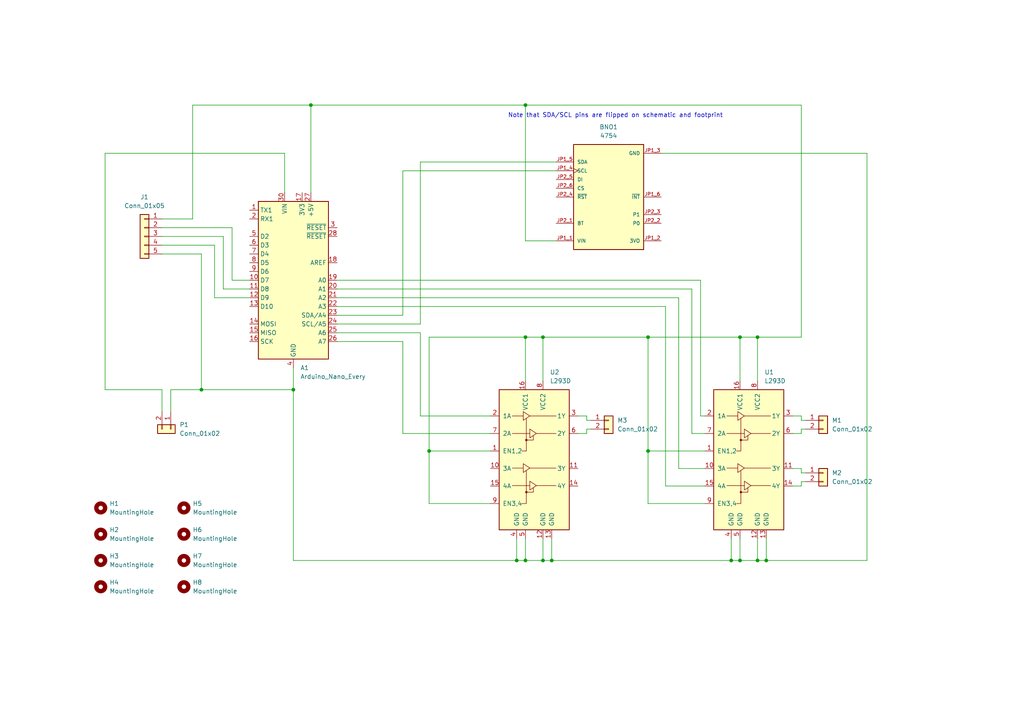
<source format=kicad_sch>
(kicad_sch (version 20211123) (generator eeschema)

  (uuid 6c7f5f91-564f-47d5-9a87-13eb90138f42)

  (paper "A4")

  (lib_symbols
    (symbol "Adafruit BNO055 Breakout:4754" (pin_names (offset 1.016)) (in_bom yes) (on_board yes)
      (property "Reference" "U" (id 0) (at -10.16 16.002 0)
        (effects (font (size 1.27 1.27)) (justify left bottom))
      )
      (property "Value" "4754" (id 1) (at -10.16 -17.78 0)
        (effects (font (size 1.27 1.27)) (justify left bottom))
      )
      (property "Footprint" "MODULE_4754" (id 2) (at 0 0 0)
        (effects (font (size 1.27 1.27)) (justify bottom) hide)
      )
      (property "Datasheet" "" (id 3) (at 0 0 0)
        (effects (font (size 1.27 1.27)) hide)
      )
      (property "MAXIMUM_PACKAGE_HEIGHT" "4.6mm" (id 4) (at 0 0 0)
        (effects (font (size 1.27 1.27)) (justify bottom) hide)
      )
      (property "STANDARD" "Manufacturer Recommendations" (id 5) (at 0 0 0)
        (effects (font (size 1.27 1.27)) (justify bottom) hide)
      )
      (property "SNAPEDA_PN" "4754" (id 6) (at 0 0 0)
        (effects (font (size 1.27 1.27)) (justify bottom) hide)
      )
      (property "PARTREV" "2021-03-16" (id 7) (at 0 0 0)
        (effects (font (size 1.27 1.27)) (justify bottom) hide)
      )
      (property "MANUFACTURER" "Adafruit" (id 8) (at 0 0 0)
        (effects (font (size 1.27 1.27)) (justify bottom) hide)
      )
      (symbol "4754_0_0"
        (rectangle (start -10.16 -15.24) (end 10.16 15.24)
          (stroke (width 0.254) (type default) (color 0 0 0 0))
          (fill (type background))
        )
        (pin input line (at -15.24 12.7 0) (length 5.08)
          (name "VIN" (effects (font (size 1.016 1.016))))
          (number "JP1_1" (effects (font (size 1.016 1.016))))
        )
        (pin output line (at 15.24 12.7 180) (length 5.08)
          (name "3VO" (effects (font (size 1.016 1.016))))
          (number "JP1_2" (effects (font (size 1.016 1.016))))
        )
        (pin power_in line (at 15.24 -12.7 180) (length 5.08)
          (name "GND" (effects (font (size 1.016 1.016))))
          (number "JP1_3" (effects (font (size 1.016 1.016))))
        )
        (pin bidirectional clock (at -15.24 -7.62 0) (length 5.08)
          (name "SCL" (effects (font (size 1.016 1.016))))
          (number "JP1_4" (effects (font (size 1.016 1.016))))
        )
        (pin bidirectional line (at -15.24 -10.16 0) (length 5.08)
          (name "SDA" (effects (font (size 1.016 1.016))))
          (number "JP1_5" (effects (font (size 1.016 1.016))))
        )
        (pin output line (at 15.24 0 180) (length 5.08)
          (name "~{INT}" (effects (font (size 1.016 1.016))))
          (number "JP1_6" (effects (font (size 1.016 1.016))))
        )
        (pin input line (at -15.24 7.62 0) (length 5.08)
          (name "BT" (effects (font (size 1.016 1.016))))
          (number "JP2_1" (effects (font (size 1.016 1.016))))
        )
        (pin bidirectional line (at 15.24 7.62 180) (length 5.08)
          (name "P0" (effects (font (size 1.016 1.016))))
          (number "JP2_2" (effects (font (size 1.016 1.016))))
        )
        (pin bidirectional line (at 15.24 5.08 180) (length 5.08)
          (name "P1" (effects (font (size 1.016 1.016))))
          (number "JP2_3" (effects (font (size 1.016 1.016))))
        )
        (pin input line (at -15.24 0 0) (length 5.08)
          (name "~{RST}" (effects (font (size 1.016 1.016))))
          (number "JP2_4" (effects (font (size 1.016 1.016))))
        )
        (pin input line (at -15.24 -5.08 0) (length 5.08)
          (name "DI" (effects (font (size 1.016 1.016))))
          (number "JP2_5" (effects (font (size 1.016 1.016))))
        )
        (pin input line (at -15.24 -2.54 0) (length 5.08)
          (name "CS" (effects (font (size 1.016 1.016))))
          (number "JP2_6" (effects (font (size 1.016 1.016))))
        )
      )
    )
    (symbol "Connector_Generic:Conn_01x02" (pin_names (offset 1.016) hide) (in_bom yes) (on_board yes)
      (property "Reference" "J" (id 0) (at 0 2.54 0)
        (effects (font (size 1.27 1.27)))
      )
      (property "Value" "Conn_01x02" (id 1) (at 0 -5.08 0)
        (effects (font (size 1.27 1.27)))
      )
      (property "Footprint" "" (id 2) (at 0 0 0)
        (effects (font (size 1.27 1.27)) hide)
      )
      (property "Datasheet" "~" (id 3) (at 0 0 0)
        (effects (font (size 1.27 1.27)) hide)
      )
      (property "ki_keywords" "connector" (id 4) (at 0 0 0)
        (effects (font (size 1.27 1.27)) hide)
      )
      (property "ki_description" "Generic connector, single row, 01x02, script generated (kicad-library-utils/schlib/autogen/connector/)" (id 5) (at 0 0 0)
        (effects (font (size 1.27 1.27)) hide)
      )
      (property "ki_fp_filters" "Connector*:*_1x??_*" (id 6) (at 0 0 0)
        (effects (font (size 1.27 1.27)) hide)
      )
      (symbol "Conn_01x02_1_1"
        (rectangle (start -1.27 -2.413) (end 0 -2.667)
          (stroke (width 0.1524) (type default) (color 0 0 0 0))
          (fill (type none))
        )
        (rectangle (start -1.27 0.127) (end 0 -0.127)
          (stroke (width 0.1524) (type default) (color 0 0 0 0))
          (fill (type none))
        )
        (rectangle (start -1.27 1.27) (end 1.27 -3.81)
          (stroke (width 0.254) (type default) (color 0 0 0 0))
          (fill (type background))
        )
        (pin passive line (at -5.08 0 0) (length 3.81)
          (name "Pin_1" (effects (font (size 1.27 1.27))))
          (number "1" (effects (font (size 1.27 1.27))))
        )
        (pin passive line (at -5.08 -2.54 0) (length 3.81)
          (name "Pin_2" (effects (font (size 1.27 1.27))))
          (number "2" (effects (font (size 1.27 1.27))))
        )
      )
    )
    (symbol "Connector_Generic:Conn_01x05" (pin_names (offset 1.016) hide) (in_bom yes) (on_board yes)
      (property "Reference" "J" (id 0) (at 0 7.62 0)
        (effects (font (size 1.27 1.27)))
      )
      (property "Value" "Conn_01x05" (id 1) (at 0 -7.62 0)
        (effects (font (size 1.27 1.27)))
      )
      (property "Footprint" "" (id 2) (at 0 0 0)
        (effects (font (size 1.27 1.27)) hide)
      )
      (property "Datasheet" "~" (id 3) (at 0 0 0)
        (effects (font (size 1.27 1.27)) hide)
      )
      (property "ki_keywords" "connector" (id 4) (at 0 0 0)
        (effects (font (size 1.27 1.27)) hide)
      )
      (property "ki_description" "Generic connector, single row, 01x05, script generated (kicad-library-utils/schlib/autogen/connector/)" (id 5) (at 0 0 0)
        (effects (font (size 1.27 1.27)) hide)
      )
      (property "ki_fp_filters" "Connector*:*_1x??_*" (id 6) (at 0 0 0)
        (effects (font (size 1.27 1.27)) hide)
      )
      (symbol "Conn_01x05_1_1"
        (rectangle (start -1.27 -4.953) (end 0 -5.207)
          (stroke (width 0.1524) (type default) (color 0 0 0 0))
          (fill (type none))
        )
        (rectangle (start -1.27 -2.413) (end 0 -2.667)
          (stroke (width 0.1524) (type default) (color 0 0 0 0))
          (fill (type none))
        )
        (rectangle (start -1.27 0.127) (end 0 -0.127)
          (stroke (width 0.1524) (type default) (color 0 0 0 0))
          (fill (type none))
        )
        (rectangle (start -1.27 2.667) (end 0 2.413)
          (stroke (width 0.1524) (type default) (color 0 0 0 0))
          (fill (type none))
        )
        (rectangle (start -1.27 5.207) (end 0 4.953)
          (stroke (width 0.1524) (type default) (color 0 0 0 0))
          (fill (type none))
        )
        (rectangle (start -1.27 6.35) (end 1.27 -6.35)
          (stroke (width 0.254) (type default) (color 0 0 0 0))
          (fill (type background))
        )
        (pin passive line (at -5.08 5.08 0) (length 3.81)
          (name "Pin_1" (effects (font (size 1.27 1.27))))
          (number "1" (effects (font (size 1.27 1.27))))
        )
        (pin passive line (at -5.08 2.54 0) (length 3.81)
          (name "Pin_2" (effects (font (size 1.27 1.27))))
          (number "2" (effects (font (size 1.27 1.27))))
        )
        (pin passive line (at -5.08 0 0) (length 3.81)
          (name "Pin_3" (effects (font (size 1.27 1.27))))
          (number "3" (effects (font (size 1.27 1.27))))
        )
        (pin passive line (at -5.08 -2.54 0) (length 3.81)
          (name "Pin_4" (effects (font (size 1.27 1.27))))
          (number "4" (effects (font (size 1.27 1.27))))
        )
        (pin passive line (at -5.08 -5.08 0) (length 3.81)
          (name "Pin_5" (effects (font (size 1.27 1.27))))
          (number "5" (effects (font (size 1.27 1.27))))
        )
      )
    )
    (symbol "Driver_Motor:L293D" (pin_names (offset 1.016)) (in_bom yes) (on_board yes)
      (property "Reference" "U" (id 0) (at -5.08 26.035 0)
        (effects (font (size 1.27 1.27)) (justify right))
      )
      (property "Value" "L293D" (id 1) (at -5.08 24.13 0)
        (effects (font (size 1.27 1.27)) (justify right))
      )
      (property "Footprint" "Package_DIP:DIP-16_W7.62mm" (id 2) (at 6.35 -19.05 0)
        (effects (font (size 1.27 1.27)) (justify left) hide)
      )
      (property "Datasheet" "http://www.ti.com/lit/ds/symlink/l293.pdf" (id 3) (at -7.62 17.78 0)
        (effects (font (size 1.27 1.27)) hide)
      )
      (property "ki_keywords" "Half-H Driver Motor" (id 4) (at 0 0 0)
        (effects (font (size 1.27 1.27)) hide)
      )
      (property "ki_description" "Quadruple Half-H Drivers" (id 5) (at 0 0 0)
        (effects (font (size 1.27 1.27)) hide)
      )
      (property "ki_fp_filters" "DIP*W7.62mm*" (id 6) (at 0 0 0)
        (effects (font (size 1.27 1.27)) hide)
      )
      (symbol "L293D_0_1"
        (rectangle (start -10.16 22.86) (end 10.16 -17.78)
          (stroke (width 0.254) (type default) (color 0 0 0 0))
          (fill (type background))
        )
        (circle (center -2.286 -6.858) (radius 0.254)
          (stroke (width 0) (type default) (color 0 0 0 0))
          (fill (type outline))
        )
        (circle (center -2.286 8.255) (radius 0.254)
          (stroke (width 0) (type default) (color 0 0 0 0))
          (fill (type outline))
        )
        (polyline
          (pts
            (xy -6.35 -4.953)
            (xy -1.27 -4.953)
          )
          (stroke (width 0) (type default) (color 0 0 0 0))
          (fill (type none))
        )
        (polyline
          (pts
            (xy -6.35 0.127)
            (xy -3.175 0.127)
          )
          (stroke (width 0) (type default) (color 0 0 0 0))
          (fill (type none))
        )
        (polyline
          (pts
            (xy -6.35 10.16)
            (xy -1.27 10.16)
          )
          (stroke (width 0) (type default) (color 0 0 0 0))
          (fill (type none))
        )
        (polyline
          (pts
            (xy -6.35 15.24)
            (xy -3.175 15.24)
          )
          (stroke (width 0) (type default) (color 0 0 0 0))
          (fill (type none))
        )
        (polyline
          (pts
            (xy -1.27 0.127)
            (xy 6.35 0.127)
          )
          (stroke (width 0) (type default) (color 0 0 0 0))
          (fill (type none))
        )
        (polyline
          (pts
            (xy -1.27 15.24)
            (xy 6.35 15.24)
          )
          (stroke (width 0) (type default) (color 0 0 0 0))
          (fill (type none))
        )
        (polyline
          (pts
            (xy 0.635 -4.953)
            (xy 6.35 -4.953)
          )
          (stroke (width 0) (type default) (color 0 0 0 0))
          (fill (type none))
        )
        (polyline
          (pts
            (xy 0.635 10.16)
            (xy 6.35 10.16)
          )
          (stroke (width 0) (type default) (color 0 0 0 0))
          (fill (type none))
        )
        (polyline
          (pts
            (xy -2.286 -6.858)
            (xy -0.254 -6.858)
            (xy -0.254 -5.588)
          )
          (stroke (width 0) (type default) (color 0 0 0 0))
          (fill (type none))
        )
        (polyline
          (pts
            (xy -2.286 -0.635)
            (xy -2.286 -10.16)
            (xy -3.556 -10.16)
          )
          (stroke (width 0) (type default) (color 0 0 0 0))
          (fill (type none))
        )
        (polyline
          (pts
            (xy -2.286 8.255)
            (xy -0.254 8.255)
            (xy -0.254 9.525)
          )
          (stroke (width 0) (type default) (color 0 0 0 0))
          (fill (type none))
        )
        (polyline
          (pts
            (xy -2.286 14.478)
            (xy -2.286 5.08)
            (xy -3.556 5.08)
          )
          (stroke (width 0) (type default) (color 0 0 0 0))
          (fill (type none))
        )
        (polyline
          (pts
            (xy -3.175 1.397)
            (xy -3.175 -1.143)
            (xy -1.27 0.127)
            (xy -3.175 1.397)
          )
          (stroke (width 0) (type default) (color 0 0 0 0))
          (fill (type none))
        )
        (polyline
          (pts
            (xy -3.175 16.51)
            (xy -3.175 13.97)
            (xy -1.27 15.24)
            (xy -3.175 16.51)
          )
          (stroke (width 0) (type default) (color 0 0 0 0))
          (fill (type none))
        )
        (polyline
          (pts
            (xy -1.27 -3.683)
            (xy -1.27 -6.223)
            (xy 0.635 -4.953)
            (xy -1.27 -3.683)
          )
          (stroke (width 0) (type default) (color 0 0 0 0))
          (fill (type none))
        )
        (polyline
          (pts
            (xy -1.27 11.43)
            (xy -1.27 8.89)
            (xy 0.635 10.16)
            (xy -1.27 11.43)
          )
          (stroke (width 0) (type default) (color 0 0 0 0))
          (fill (type none))
        )
      )
      (symbol "L293D_1_1"
        (pin input line (at -12.7 5.08 0) (length 2.54)
          (name "EN1,2" (effects (font (size 1.27 1.27))))
          (number "1" (effects (font (size 1.27 1.27))))
        )
        (pin input line (at -12.7 0 0) (length 2.54)
          (name "3A" (effects (font (size 1.27 1.27))))
          (number "10" (effects (font (size 1.27 1.27))))
        )
        (pin output line (at 12.7 0 180) (length 2.54)
          (name "3Y" (effects (font (size 1.27 1.27))))
          (number "11" (effects (font (size 1.27 1.27))))
        )
        (pin power_in line (at 2.54 -20.32 90) (length 2.54)
          (name "GND" (effects (font (size 1.27 1.27))))
          (number "12" (effects (font (size 1.27 1.27))))
        )
        (pin power_in line (at 5.08 -20.32 90) (length 2.54)
          (name "GND" (effects (font (size 1.27 1.27))))
          (number "13" (effects (font (size 1.27 1.27))))
        )
        (pin output line (at 12.7 -5.08 180) (length 2.54)
          (name "4Y" (effects (font (size 1.27 1.27))))
          (number "14" (effects (font (size 1.27 1.27))))
        )
        (pin input line (at -12.7 -5.08 0) (length 2.54)
          (name "4A" (effects (font (size 1.27 1.27))))
          (number "15" (effects (font (size 1.27 1.27))))
        )
        (pin power_in line (at -2.54 25.4 270) (length 2.54)
          (name "VCC1" (effects (font (size 1.27 1.27))))
          (number "16" (effects (font (size 1.27 1.27))))
        )
        (pin input line (at -12.7 15.24 0) (length 2.54)
          (name "1A" (effects (font (size 1.27 1.27))))
          (number "2" (effects (font (size 1.27 1.27))))
        )
        (pin output line (at 12.7 15.24 180) (length 2.54)
          (name "1Y" (effects (font (size 1.27 1.27))))
          (number "3" (effects (font (size 1.27 1.27))))
        )
        (pin power_in line (at -5.08 -20.32 90) (length 2.54)
          (name "GND" (effects (font (size 1.27 1.27))))
          (number "4" (effects (font (size 1.27 1.27))))
        )
        (pin power_in line (at -2.54 -20.32 90) (length 2.54)
          (name "GND" (effects (font (size 1.27 1.27))))
          (number "5" (effects (font (size 1.27 1.27))))
        )
        (pin output line (at 12.7 10.16 180) (length 2.54)
          (name "2Y" (effects (font (size 1.27 1.27))))
          (number "6" (effects (font (size 1.27 1.27))))
        )
        (pin input line (at -12.7 10.16 0) (length 2.54)
          (name "2A" (effects (font (size 1.27 1.27))))
          (number "7" (effects (font (size 1.27 1.27))))
        )
        (pin power_in line (at 2.54 25.4 270) (length 2.54)
          (name "VCC2" (effects (font (size 1.27 1.27))))
          (number "8" (effects (font (size 1.27 1.27))))
        )
        (pin input line (at -12.7 -10.16 0) (length 2.54)
          (name "EN3,4" (effects (font (size 1.27 1.27))))
          (number "9" (effects (font (size 1.27 1.27))))
        )
      )
    )
    (symbol "MCU_Module:Arduino_Nano_Every" (in_bom yes) (on_board yes)
      (property "Reference" "A" (id 0) (at -10.16 23.495 0)
        (effects (font (size 1.27 1.27)) (justify left bottom))
      )
      (property "Value" "Arduino_Nano_Every" (id 1) (at 5.08 -24.13 0)
        (effects (font (size 1.27 1.27)) (justify left top))
      )
      (property "Footprint" "Module:Arduino_Nano" (id 2) (at 0 0 0)
        (effects (font (size 1.27 1.27) italic) hide)
      )
      (property "Datasheet" "https://content.arduino.cc/assets/NANOEveryV3.0_sch.pdf" (id 3) (at 0 0 0)
        (effects (font (size 1.27 1.27)) hide)
      )
      (property "ki_keywords" "Arduino nano microcontroller module USB UPDI AATMega4809 AVR" (id 4) (at 0 0 0)
        (effects (font (size 1.27 1.27)) hide)
      )
      (property "ki_description" "Arduino Nano Every" (id 5) (at 0 0 0)
        (effects (font (size 1.27 1.27)) hide)
      )
      (property "ki_fp_filters" "Arduino*Nano*" (id 6) (at 0 0 0)
        (effects (font (size 1.27 1.27)) hide)
      )
      (symbol "Arduino_Nano_Every_0_1"
        (rectangle (start -10.16 22.86) (end 10.16 -22.86)
          (stroke (width 0.254) (type default) (color 0 0 0 0))
          (fill (type background))
        )
      )
      (symbol "Arduino_Nano_Every_1_1"
        (pin bidirectional line (at -12.7 20.32 0) (length 2.54)
          (name "TX1" (effects (font (size 1.27 1.27))))
          (number "1" (effects (font (size 1.27 1.27))))
        )
        (pin bidirectional line (at -12.7 0 0) (length 2.54)
          (name "D7" (effects (font (size 1.27 1.27))))
          (number "10" (effects (font (size 1.27 1.27))))
        )
        (pin bidirectional line (at -12.7 -2.54 0) (length 2.54)
          (name "D8" (effects (font (size 1.27 1.27))))
          (number "11" (effects (font (size 1.27 1.27))))
        )
        (pin bidirectional line (at -12.7 -5.08 0) (length 2.54)
          (name "D9" (effects (font (size 1.27 1.27))))
          (number "12" (effects (font (size 1.27 1.27))))
        )
        (pin bidirectional line (at -12.7 -7.62 0) (length 2.54)
          (name "D10" (effects (font (size 1.27 1.27))))
          (number "13" (effects (font (size 1.27 1.27))))
        )
        (pin bidirectional line (at -12.7 -12.7 0) (length 2.54)
          (name "MOSI" (effects (font (size 1.27 1.27))))
          (number "14" (effects (font (size 1.27 1.27))))
        )
        (pin bidirectional line (at -12.7 -15.24 0) (length 2.54)
          (name "MISO" (effects (font (size 1.27 1.27))))
          (number "15" (effects (font (size 1.27 1.27))))
        )
        (pin bidirectional line (at -12.7 -17.78 0) (length 2.54)
          (name "SCK" (effects (font (size 1.27 1.27))))
          (number "16" (effects (font (size 1.27 1.27))))
        )
        (pin power_out line (at 2.54 25.4 270) (length 2.54)
          (name "3V3" (effects (font (size 1.27 1.27))))
          (number "17" (effects (font (size 1.27 1.27))))
        )
        (pin input line (at 12.7 5.08 180) (length 2.54)
          (name "AREF" (effects (font (size 1.27 1.27))))
          (number "18" (effects (font (size 1.27 1.27))))
        )
        (pin bidirectional line (at 12.7 0 180) (length 2.54)
          (name "A0" (effects (font (size 1.27 1.27))))
          (number "19" (effects (font (size 1.27 1.27))))
        )
        (pin bidirectional line (at -12.7 17.78 0) (length 2.54)
          (name "RX1" (effects (font (size 1.27 1.27))))
          (number "2" (effects (font (size 1.27 1.27))))
        )
        (pin bidirectional line (at 12.7 -2.54 180) (length 2.54)
          (name "A1" (effects (font (size 1.27 1.27))))
          (number "20" (effects (font (size 1.27 1.27))))
        )
        (pin bidirectional line (at 12.7 -5.08 180) (length 2.54)
          (name "A2" (effects (font (size 1.27 1.27))))
          (number "21" (effects (font (size 1.27 1.27))))
        )
        (pin bidirectional line (at 12.7 -7.62 180) (length 2.54)
          (name "A3" (effects (font (size 1.27 1.27))))
          (number "22" (effects (font (size 1.27 1.27))))
        )
        (pin bidirectional line (at 12.7 -10.16 180) (length 2.54)
          (name "SDA/A4" (effects (font (size 1.27 1.27))))
          (number "23" (effects (font (size 1.27 1.27))))
        )
        (pin bidirectional line (at 12.7 -12.7 180) (length 2.54)
          (name "SCL/A5" (effects (font (size 1.27 1.27))))
          (number "24" (effects (font (size 1.27 1.27))))
        )
        (pin bidirectional line (at 12.7 -15.24 180) (length 2.54)
          (name "A6" (effects (font (size 1.27 1.27))))
          (number "25" (effects (font (size 1.27 1.27))))
        )
        (pin bidirectional line (at 12.7 -17.78 180) (length 2.54)
          (name "A7" (effects (font (size 1.27 1.27))))
          (number "26" (effects (font (size 1.27 1.27))))
        )
        (pin power_out line (at 5.08 25.4 270) (length 2.54)
          (name "+5V" (effects (font (size 1.27 1.27))))
          (number "27" (effects (font (size 1.27 1.27))))
        )
        (pin input line (at 12.7 12.7 180) (length 2.54)
          (name "~{RESET}" (effects (font (size 1.27 1.27))))
          (number "28" (effects (font (size 1.27 1.27))))
        )
        (pin passive line (at 0 -25.4 90) (length 2.54) hide
          (name "GND" (effects (font (size 1.27 1.27))))
          (number "29" (effects (font (size 1.27 1.27))))
        )
        (pin input line (at 12.7 15.24 180) (length 2.54)
          (name "~{RESET}" (effects (font (size 1.27 1.27))))
          (number "3" (effects (font (size 1.27 1.27))))
        )
        (pin power_in line (at -2.54 25.4 270) (length 2.54)
          (name "VIN" (effects (font (size 1.27 1.27))))
          (number "30" (effects (font (size 1.27 1.27))))
        )
        (pin power_in line (at 0 -25.4 90) (length 2.54)
          (name "GND" (effects (font (size 1.27 1.27))))
          (number "4" (effects (font (size 1.27 1.27))))
        )
        (pin bidirectional line (at -12.7 12.7 0) (length 2.54)
          (name "D2" (effects (font (size 1.27 1.27))))
          (number "5" (effects (font (size 1.27 1.27))))
        )
        (pin bidirectional line (at -12.7 10.16 0) (length 2.54)
          (name "D3" (effects (font (size 1.27 1.27))))
          (number "6" (effects (font (size 1.27 1.27))))
        )
        (pin bidirectional line (at -12.7 7.62 0) (length 2.54)
          (name "D4" (effects (font (size 1.27 1.27))))
          (number "7" (effects (font (size 1.27 1.27))))
        )
        (pin bidirectional line (at -12.7 5.08 0) (length 2.54)
          (name "D5" (effects (font (size 1.27 1.27))))
          (number "8" (effects (font (size 1.27 1.27))))
        )
        (pin bidirectional line (at -12.7 2.54 0) (length 2.54)
          (name "D6" (effects (font (size 1.27 1.27))))
          (number "9" (effects (font (size 1.27 1.27))))
        )
      )
    )
    (symbol "Mechanical:MountingHole" (pin_names (offset 1.016)) (in_bom yes) (on_board yes)
      (property "Reference" "H" (id 0) (at 0 5.08 0)
        (effects (font (size 1.27 1.27)))
      )
      (property "Value" "MountingHole" (id 1) (at 0 3.175 0)
        (effects (font (size 1.27 1.27)))
      )
      (property "Footprint" "" (id 2) (at 0 0 0)
        (effects (font (size 1.27 1.27)) hide)
      )
      (property "Datasheet" "~" (id 3) (at 0 0 0)
        (effects (font (size 1.27 1.27)) hide)
      )
      (property "ki_keywords" "mounting hole" (id 4) (at 0 0 0)
        (effects (font (size 1.27 1.27)) hide)
      )
      (property "ki_description" "Mounting Hole without connection" (id 5) (at 0 0 0)
        (effects (font (size 1.27 1.27)) hide)
      )
      (property "ki_fp_filters" "MountingHole*" (id 6) (at 0 0 0)
        (effects (font (size 1.27 1.27)) hide)
      )
      (symbol "MountingHole_0_1"
        (circle (center 0 0) (radius 1.27)
          (stroke (width 1.27) (type default) (color 0 0 0 0))
          (fill (type none))
        )
      )
    )
  )

  (junction (at 152.4 30.48) (diameter 0) (color 0 0 0 0)
    (uuid 18040abd-ac7d-46f2-bc8c-c85b0bff8ed5)
  )
  (junction (at 152.4 162.56) (diameter 0) (color 0 0 0 0)
    (uuid 1f68fad0-5723-4488-8121-1b43c1687ce6)
  )
  (junction (at 187.96 130.81) (diameter 0) (color 0 0 0 0)
    (uuid 47aba67f-53ff-40de-a5ad-45d7464e3b3e)
  )
  (junction (at 157.48 162.56) (diameter 0) (color 0 0 0 0)
    (uuid 4afedc0f-5db1-4f9c-9e01-d911a9924ed2)
  )
  (junction (at 219.71 162.56) (diameter 0) (color 0 0 0 0)
    (uuid 4e151272-992e-4dc3-aa56-2e0ec672e172)
  )
  (junction (at 212.09 162.56) (diameter 0) (color 0 0 0 0)
    (uuid 601bb9a5-ee51-4350-aee5-9f6fc9c3863e)
  )
  (junction (at 90.17 30.48) (diameter 0) (color 0 0 0 0)
    (uuid 66096b7e-a674-4d92-8278-2361c604b34c)
  )
  (junction (at 124.46 130.81) (diameter 0) (color 0 0 0 0)
    (uuid 6f1dc823-9add-422c-a647-efe8112f8e93)
  )
  (junction (at 187.96 97.79) (diameter 0) (color 0 0 0 0)
    (uuid 7626b27a-3098-4749-b811-2ad3e8ec2a8c)
  )
  (junction (at 160.02 162.56) (diameter 0) (color 0 0 0 0)
    (uuid 7ff45c41-4085-4e64-b8c7-a81fe10bc9cc)
  )
  (junction (at 85.09 113.03) (diameter 0) (color 0 0 0 0)
    (uuid 86c20c8b-8206-47cd-80fc-152f9efe11a0)
  )
  (junction (at 157.48 97.79) (diameter 0) (color 0 0 0 0)
    (uuid 8708cbd4-ce49-4335-965e-10ad8f07b181)
  )
  (junction (at 219.71 97.79) (diameter 0) (color 0 0 0 0)
    (uuid 9d323be9-ab21-469c-8e84-ee02c8deed49)
  )
  (junction (at 214.63 97.79) (diameter 0) (color 0 0 0 0)
    (uuid ab34dd7c-ec35-4e41-8883-9fe77eeae70d)
  )
  (junction (at 222.25 162.56) (diameter 0) (color 0 0 0 0)
    (uuid b2e8abd2-9eef-44e1-b126-2306b68833d6)
  )
  (junction (at 149.86 162.56) (diameter 0) (color 0 0 0 0)
    (uuid b5a9de42-a982-4610-aae2-37544eba5fa5)
  )
  (junction (at 152.4 97.79) (diameter 0) (color 0 0 0 0)
    (uuid c9192dee-53e8-48fb-9cc3-e245b777bcbc)
  )
  (junction (at 58.42 113.03) (diameter 0) (color 0 0 0 0)
    (uuid ced6e0aa-f9fb-4772-86dd-0ff8e9e4b181)
  )
  (junction (at 214.63 162.56) (diameter 0) (color 0 0 0 0)
    (uuid f1b5f003-1961-4182-96fe-73e62adf7704)
  )

  (wire (pts (xy 193.04 88.9) (xy 97.79 88.9))
    (stroke (width 0) (type default) (color 0 0 0 0))
    (uuid 0225b381-39cc-44a0-ad7f-839cd39f85cc)
  )
  (wire (pts (xy 124.46 130.81) (xy 142.24 130.81))
    (stroke (width 0) (type default) (color 0 0 0 0))
    (uuid 03f0c967-82d9-43f0-b2a0-c9b42747cdd6)
  )
  (wire (pts (xy 196.85 135.89) (xy 204.47 135.89))
    (stroke (width 0) (type default) (color 0 0 0 0))
    (uuid 053ee187-c5d7-465c-a4c1-e18a73b5ebf3)
  )
  (wire (pts (xy 124.46 146.05) (xy 124.46 130.81))
    (stroke (width 0) (type default) (color 0 0 0 0))
    (uuid 0601a26f-3525-4d47-acfa-4a88501def01)
  )
  (wire (pts (xy 58.42 73.66) (xy 46.99 73.66))
    (stroke (width 0) (type default) (color 0 0 0 0))
    (uuid 07690cae-e7d2-47a3-b891-0f9a296ded7b)
  )
  (wire (pts (xy 219.71 97.79) (xy 232.41 97.79))
    (stroke (width 0) (type default) (color 0 0 0 0))
    (uuid 0d527792-dea3-4c62-b15b-3e0f0b2e3169)
  )
  (wire (pts (xy 124.46 97.79) (xy 152.4 97.79))
    (stroke (width 0) (type default) (color 0 0 0 0))
    (uuid 0fe69493-9e23-47e0-a475-5d23c59a7014)
  )
  (wire (pts (xy 157.48 156.21) (xy 157.48 162.56))
    (stroke (width 0) (type default) (color 0 0 0 0))
    (uuid 13ae91f2-d19b-4fb0-9c38-97d663ceab7f)
  )
  (wire (pts (xy 97.79 93.98) (xy 121.92 93.98))
    (stroke (width 0) (type default) (color 0 0 0 0))
    (uuid 165750ec-b107-4b07-bd71-6a92d100bb59)
  )
  (wire (pts (xy 121.92 96.52) (xy 121.92 120.65))
    (stroke (width 0) (type default) (color 0 0 0 0))
    (uuid 1f233ef9-9905-4b6a-8210-51319ccbe060)
  )
  (wire (pts (xy 46.99 63.5) (xy 55.88 63.5))
    (stroke (width 0) (type default) (color 0 0 0 0))
    (uuid 1f3f0237-15c3-4218-a681-8f6850ad8683)
  )
  (wire (pts (xy 116.84 99.06) (xy 116.84 125.73))
    (stroke (width 0) (type default) (color 0 0 0 0))
    (uuid 24d524a4-5e1b-481c-8269-55b0aed98ddd)
  )
  (wire (pts (xy 232.41 137.16) (xy 233.68 137.16))
    (stroke (width 0) (type default) (color 0 0 0 0))
    (uuid 285bfe0f-b68a-42c4-a54a-7f170e1bfbb0)
  )
  (wire (pts (xy 229.87 140.97) (xy 232.41 140.97))
    (stroke (width 0) (type default) (color 0 0 0 0))
    (uuid 28c885cd-2dd2-4ad4-84b2-4fbf616b487a)
  )
  (wire (pts (xy 72.39 81.28) (xy 67.31 81.28))
    (stroke (width 0) (type default) (color 0 0 0 0))
    (uuid 296eebe0-2cdf-497f-8fbd-c8a785b5bf7f)
  )
  (wire (pts (xy 232.41 135.89) (xy 232.41 137.16))
    (stroke (width 0) (type default) (color 0 0 0 0))
    (uuid 2b430b3f-a0be-4daa-9096-582b0a3c4c71)
  )
  (wire (pts (xy 97.79 86.36) (xy 196.85 86.36))
    (stroke (width 0) (type default) (color 0 0 0 0))
    (uuid 326a20a9-ade2-4b8a-b3f9-517261230db9)
  )
  (wire (pts (xy 30.48 44.45) (xy 30.48 113.03))
    (stroke (width 0) (type default) (color 0 0 0 0))
    (uuid 34cc8c41-9c70-4f83-b699-8aacf767849f)
  )
  (wire (pts (xy 152.4 156.21) (xy 152.4 162.56))
    (stroke (width 0) (type default) (color 0 0 0 0))
    (uuid 36ecd850-e865-494b-b549-76f6009d97c9)
  )
  (wire (pts (xy 219.71 162.56) (xy 222.25 162.56))
    (stroke (width 0) (type default) (color 0 0 0 0))
    (uuid 377e58cf-48ba-42b5-9b76-4f1e4583ba43)
  )
  (wire (pts (xy 204.47 125.73) (xy 200.66 125.73))
    (stroke (width 0) (type default) (color 0 0 0 0))
    (uuid 393e8be2-f7bb-47b3-8924-665f2fbd49f9)
  )
  (wire (pts (xy 124.46 130.81) (xy 124.46 97.79))
    (stroke (width 0) (type default) (color 0 0 0 0))
    (uuid 3aea0a2b-5617-46ed-b264-756882576a9f)
  )
  (wire (pts (xy 97.79 81.28) (xy 203.2 81.28))
    (stroke (width 0) (type default) (color 0 0 0 0))
    (uuid 3caaa61f-4e6a-4e13-920f-0111dfe5f7c2)
  )
  (wire (pts (xy 219.71 156.21) (xy 219.71 162.56))
    (stroke (width 0) (type default) (color 0 0 0 0))
    (uuid 439d9c8b-e6f5-4da2-aa7d-2bc99927b658)
  )
  (wire (pts (xy 149.86 156.21) (xy 149.86 162.56))
    (stroke (width 0) (type default) (color 0 0 0 0))
    (uuid 44060dab-4e14-4968-9468-d189155b7496)
  )
  (wire (pts (xy 160.02 162.56) (xy 212.09 162.56))
    (stroke (width 0) (type default) (color 0 0 0 0))
    (uuid 46242b95-7ccd-4257-a60b-162fc07309fe)
  )
  (wire (pts (xy 116.84 125.73) (xy 142.24 125.73))
    (stroke (width 0) (type default) (color 0 0 0 0))
    (uuid 493d1dc5-80a2-4dc4-b3d7-5f34beb5b9be)
  )
  (wire (pts (xy 58.42 113.03) (xy 58.42 73.66))
    (stroke (width 0) (type default) (color 0 0 0 0))
    (uuid 4e4aabb9-fbc2-4946-9e60-095ed452d533)
  )
  (wire (pts (xy 116.84 49.53) (xy 161.29 49.53))
    (stroke (width 0) (type default) (color 0 0 0 0))
    (uuid 51e503a3-9326-4662-bb1f-fdbc851c3c9e)
  )
  (wire (pts (xy 167.64 120.65) (xy 170.18 120.65))
    (stroke (width 0) (type default) (color 0 0 0 0))
    (uuid 59f472d7-4a38-4dfa-bab8-4eca58239b58)
  )
  (wire (pts (xy 187.96 130.81) (xy 204.47 130.81))
    (stroke (width 0) (type default) (color 0 0 0 0))
    (uuid 5afb83ce-4554-41f7-9c6f-3093023b6513)
  )
  (wire (pts (xy 152.4 30.48) (xy 232.41 30.48))
    (stroke (width 0) (type default) (color 0 0 0 0))
    (uuid 5bb50623-146e-43af-a103-fe7fc542d72b)
  )
  (wire (pts (xy 193.04 140.97) (xy 193.04 88.9))
    (stroke (width 0) (type default) (color 0 0 0 0))
    (uuid 5d4cbb52-b2fb-484e-8685-3e1cafa2f107)
  )
  (wire (pts (xy 219.71 97.79) (xy 219.71 110.49))
    (stroke (width 0) (type default) (color 0 0 0 0))
    (uuid 5da1f130-7a1c-4dca-b145-a64df33dc1ea)
  )
  (wire (pts (xy 251.46 44.45) (xy 251.46 162.56))
    (stroke (width 0) (type default) (color 0 0 0 0))
    (uuid 5e579cdb-6eab-42a7-86ef-edc8f637ac25)
  )
  (wire (pts (xy 121.92 46.99) (xy 161.29 46.99))
    (stroke (width 0) (type default) (color 0 0 0 0))
    (uuid 6415f396-a274-4549-9581-2c3c4c5e2c1a)
  )
  (wire (pts (xy 85.09 106.68) (xy 85.09 113.03))
    (stroke (width 0) (type default) (color 0 0 0 0))
    (uuid 66ed94b2-33d0-4572-a318-9df3a63ab920)
  )
  (wire (pts (xy 167.64 125.73) (xy 170.18 125.73))
    (stroke (width 0) (type default) (color 0 0 0 0))
    (uuid 670ddc89-0cc3-4e3c-ba15-43a9ec6e0093)
  )
  (wire (pts (xy 214.63 97.79) (xy 214.63 110.49))
    (stroke (width 0) (type default) (color 0 0 0 0))
    (uuid 696dbe53-3cf8-41fa-9243-94234f204d08)
  )
  (wire (pts (xy 116.84 49.53) (xy 116.84 91.44))
    (stroke (width 0) (type default) (color 0 0 0 0))
    (uuid 69920704-4cb7-4bc7-984d-63591da1b432)
  )
  (wire (pts (xy 232.41 125.73) (xy 232.41 124.46))
    (stroke (width 0) (type default) (color 0 0 0 0))
    (uuid 6c740b65-9067-423a-99d2-6f1c6ccf710c)
  )
  (wire (pts (xy 232.41 121.92) (xy 233.68 121.92))
    (stroke (width 0) (type default) (color 0 0 0 0))
    (uuid 6e6366a2-70c9-4d99-a7d4-6735797f61de)
  )
  (wire (pts (xy 85.09 113.03) (xy 58.42 113.03))
    (stroke (width 0) (type default) (color 0 0 0 0))
    (uuid 6f942692-53c6-441d-a0ec-f85225a0f42a)
  )
  (wire (pts (xy 152.4 162.56) (xy 157.48 162.56))
    (stroke (width 0) (type default) (color 0 0 0 0))
    (uuid 7297063c-2afb-4e7b-acea-a6cca68712ec)
  )
  (wire (pts (xy 97.79 96.52) (xy 121.92 96.52))
    (stroke (width 0) (type default) (color 0 0 0 0))
    (uuid 74db7d6c-43ef-4509-a9e4-22f54c457a21)
  )
  (wire (pts (xy 157.48 110.49) (xy 157.48 97.79))
    (stroke (width 0) (type default) (color 0 0 0 0))
    (uuid 74ef9bab-e7b0-4589-beaa-0496bea33398)
  )
  (wire (pts (xy 232.41 97.79) (xy 232.41 30.48))
    (stroke (width 0) (type default) (color 0 0 0 0))
    (uuid 75543a5c-8124-4e52-a101-f761467409f4)
  )
  (wire (pts (xy 200.66 125.73) (xy 200.66 83.82))
    (stroke (width 0) (type default) (color 0 0 0 0))
    (uuid 7707919e-dafe-4b46-b4b7-b819f8cbc860)
  )
  (wire (pts (xy 222.25 156.21) (xy 222.25 162.56))
    (stroke (width 0) (type default) (color 0 0 0 0))
    (uuid 7a52d326-478a-4c01-8f0a-65289781680d)
  )
  (wire (pts (xy 72.39 83.82) (xy 64.77 83.82))
    (stroke (width 0) (type default) (color 0 0 0 0))
    (uuid 7a5cb900-c496-4688-9de1-7fcae6660c92)
  )
  (wire (pts (xy 90.17 30.48) (xy 152.4 30.48))
    (stroke (width 0) (type default) (color 0 0 0 0))
    (uuid 7db0160f-075b-4fe8-9c3a-71e824af0c37)
  )
  (wire (pts (xy 67.31 66.04) (xy 46.99 66.04))
    (stroke (width 0) (type default) (color 0 0 0 0))
    (uuid 82998ef6-93a9-41d1-9046-a0d8b0769781)
  )
  (wire (pts (xy 58.42 113.03) (xy 49.53 113.03))
    (stroke (width 0) (type default) (color 0 0 0 0))
    (uuid 85a1e9d5-ea16-43ac-b6b0-2054a387aa9f)
  )
  (wire (pts (xy 232.41 120.65) (xy 232.41 121.92))
    (stroke (width 0) (type default) (color 0 0 0 0))
    (uuid 8ae4593a-9dbd-46ad-b6ea-f125f1767c98)
  )
  (wire (pts (xy 97.79 99.06) (xy 116.84 99.06))
    (stroke (width 0) (type default) (color 0 0 0 0))
    (uuid 8f0b8b7e-fc80-4dd1-96ab-619ed2d7ac54)
  )
  (wire (pts (xy 214.63 97.79) (xy 219.71 97.79))
    (stroke (width 0) (type default) (color 0 0 0 0))
    (uuid 91e22553-de1b-440f-be5e-81b0feb154a5)
  )
  (wire (pts (xy 90.17 55.88) (xy 90.17 30.48))
    (stroke (width 0) (type default) (color 0 0 0 0))
    (uuid 927ff523-32f9-45e4-81f5-c20cebde3525)
  )
  (wire (pts (xy 157.48 97.79) (xy 187.96 97.79))
    (stroke (width 0) (type default) (color 0 0 0 0))
    (uuid 9753522e-528e-4790-8085-6a23d28fd6e2)
  )
  (wire (pts (xy 214.63 156.21) (xy 214.63 162.56))
    (stroke (width 0) (type default) (color 0 0 0 0))
    (uuid 9785c65d-289d-4d23-a6a5-4c6705de29e0)
  )
  (wire (pts (xy 121.92 46.99) (xy 121.92 93.98))
    (stroke (width 0) (type default) (color 0 0 0 0))
    (uuid 9a294e75-bd1c-49d3-b50b-620d3f9aa323)
  )
  (wire (pts (xy 55.88 63.5) (xy 55.88 30.48))
    (stroke (width 0) (type default) (color 0 0 0 0))
    (uuid 9a2b49e9-a48a-4644-8aa6-9fd1702c1b5b)
  )
  (wire (pts (xy 160.02 156.21) (xy 160.02 162.56))
    (stroke (width 0) (type default) (color 0 0 0 0))
    (uuid 9aa7e7e7-133c-4b11-91f2-23732869b98a)
  )
  (wire (pts (xy 85.09 162.56) (xy 149.86 162.56))
    (stroke (width 0) (type default) (color 0 0 0 0))
    (uuid 9b32143d-70d9-405d-986f-96a4581139c6)
  )
  (wire (pts (xy 204.47 140.97) (xy 193.04 140.97))
    (stroke (width 0) (type default) (color 0 0 0 0))
    (uuid 9b7a8c76-2667-4bc3-8637-0f832b0ba8a5)
  )
  (wire (pts (xy 64.77 68.58) (xy 46.99 68.58))
    (stroke (width 0) (type default) (color 0 0 0 0))
    (uuid 9d41b434-ed72-473b-ab49-0076de65546f)
  )
  (wire (pts (xy 200.66 83.82) (xy 97.79 83.82))
    (stroke (width 0) (type default) (color 0 0 0 0))
    (uuid a02c03c9-00bd-4cb1-b216-602bbd8a6fac)
  )
  (wire (pts (xy 214.63 162.56) (xy 219.71 162.56))
    (stroke (width 0) (type default) (color 0 0 0 0))
    (uuid a12c830a-e529-4d86-ba29-1e82acc8d3b0)
  )
  (wire (pts (xy 251.46 44.45) (xy 191.77 44.45))
    (stroke (width 0) (type default) (color 0 0 0 0))
    (uuid a291155c-bfd5-42d2-b82d-250facee49cd)
  )
  (wire (pts (xy 212.09 162.56) (xy 214.63 162.56))
    (stroke (width 0) (type default) (color 0 0 0 0))
    (uuid a2c12593-d231-47fc-9650-992266953757)
  )
  (wire (pts (xy 157.48 162.56) (xy 160.02 162.56))
    (stroke (width 0) (type default) (color 0 0 0 0))
    (uuid a82f0567-2d86-455e-bac7-84828db02bc9)
  )
  (wire (pts (xy 55.88 30.48) (xy 90.17 30.48))
    (stroke (width 0) (type default) (color 0 0 0 0))
    (uuid a9440679-02c9-4fbd-8e5b-358a64b8166c)
  )
  (wire (pts (xy 229.87 125.73) (xy 232.41 125.73))
    (stroke (width 0) (type default) (color 0 0 0 0))
    (uuid ac80b21e-8f32-440c-ac0f-6e01e501e5a5)
  )
  (wire (pts (xy 170.18 120.65) (xy 170.18 121.92))
    (stroke (width 0) (type default) (color 0 0 0 0))
    (uuid aeb2251d-ecc3-4ecf-98e7-661c2ea73db8)
  )
  (wire (pts (xy 232.41 140.97) (xy 232.41 139.7))
    (stroke (width 0) (type default) (color 0 0 0 0))
    (uuid b0b5f9be-293d-44ec-8fd8-33a1dc7630d8)
  )
  (wire (pts (xy 229.87 120.65) (xy 232.41 120.65))
    (stroke (width 0) (type default) (color 0 0 0 0))
    (uuid b1a99cf2-347a-45b9-bf9c-6401a7c10f80)
  )
  (wire (pts (xy 72.39 86.36) (xy 62.23 86.36))
    (stroke (width 0) (type default) (color 0 0 0 0))
    (uuid b1b4a247-090e-4cd6-a568-798a295d9abe)
  )
  (wire (pts (xy 196.85 86.36) (xy 196.85 135.89))
    (stroke (width 0) (type default) (color 0 0 0 0))
    (uuid bbf17606-7fd6-45a1-8ac2-9b213c794d13)
  )
  (wire (pts (xy 212.09 156.21) (xy 212.09 162.56))
    (stroke (width 0) (type default) (color 0 0 0 0))
    (uuid c167f003-c465-474b-8cf7-a4db4f502bfa)
  )
  (wire (pts (xy 142.24 146.05) (xy 124.46 146.05))
    (stroke (width 0) (type default) (color 0 0 0 0))
    (uuid c4ce9c1f-b0e4-4a78-9eba-c73efd393108)
  )
  (wire (pts (xy 222.25 162.56) (xy 251.46 162.56))
    (stroke (width 0) (type default) (color 0 0 0 0))
    (uuid c5c3c488-b8ed-4d36-be5e-7a80fef77bae)
  )
  (wire (pts (xy 116.84 91.44) (xy 97.79 91.44))
    (stroke (width 0) (type default) (color 0 0 0 0))
    (uuid c8c2fc58-9d93-4847-b158-1cae1fb6df77)
  )
  (wire (pts (xy 46.99 113.03) (xy 46.99 119.38))
    (stroke (width 0) (type default) (color 0 0 0 0))
    (uuid cb2d4058-ea95-47fe-9344-a7586edbc800)
  )
  (wire (pts (xy 229.87 135.89) (xy 232.41 135.89))
    (stroke (width 0) (type default) (color 0 0 0 0))
    (uuid ccf98806-1fc1-454e-aff0-88b044ae0948)
  )
  (wire (pts (xy 85.09 113.03) (xy 85.09 162.56))
    (stroke (width 0) (type default) (color 0 0 0 0))
    (uuid cef1d51d-ba45-4eaa-b449-7df056df5402)
  )
  (wire (pts (xy 121.92 120.65) (xy 142.24 120.65))
    (stroke (width 0) (type default) (color 0 0 0 0))
    (uuid cf35a04d-225a-46b0-aee4-a422024712aa)
  )
  (wire (pts (xy 204.47 146.05) (xy 187.96 146.05))
    (stroke (width 0) (type default) (color 0 0 0 0))
    (uuid d435bcb5-9036-46e9-9262-20a4646e55a7)
  )
  (wire (pts (xy 170.18 121.92) (xy 171.45 121.92))
    (stroke (width 0) (type default) (color 0 0 0 0))
    (uuid da072dc3-4a90-406d-9837-2d4d0addb27e)
  )
  (wire (pts (xy 62.23 86.36) (xy 62.23 71.12))
    (stroke (width 0) (type default) (color 0 0 0 0))
    (uuid da5e2bb5-5475-432d-a81f-8b1af44ff69f)
  )
  (wire (pts (xy 152.4 110.49) (xy 152.4 97.79))
    (stroke (width 0) (type default) (color 0 0 0 0))
    (uuid dbb05214-c699-43f1-9beb-a06d296148b7)
  )
  (wire (pts (xy 232.41 124.46) (xy 233.68 124.46))
    (stroke (width 0) (type default) (color 0 0 0 0))
    (uuid dbfc6d4a-578f-485a-ab92-56b9186a638f)
  )
  (wire (pts (xy 152.4 69.85) (xy 152.4 30.48))
    (stroke (width 0) (type default) (color 0 0 0 0))
    (uuid dc6a8699-35e2-498b-af7c-344aeb913f66)
  )
  (wire (pts (xy 67.31 81.28) (xy 67.31 66.04))
    (stroke (width 0) (type default) (color 0 0 0 0))
    (uuid de2923d6-ca2c-40e6-a59c-62e33f96f3fe)
  )
  (wire (pts (xy 170.18 124.46) (xy 171.45 124.46))
    (stroke (width 0) (type default) (color 0 0 0 0))
    (uuid de345755-745b-4048-9517-a2bca8bfb177)
  )
  (wire (pts (xy 49.53 113.03) (xy 49.53 119.38))
    (stroke (width 0) (type default) (color 0 0 0 0))
    (uuid df5e55c7-59dc-43e2-9ac0-276603732b1e)
  )
  (wire (pts (xy 187.96 146.05) (xy 187.96 130.81))
    (stroke (width 0) (type default) (color 0 0 0 0))
    (uuid e3d83218-ed06-4e5b-8fba-fa70a069a593)
  )
  (wire (pts (xy 62.23 71.12) (xy 46.99 71.12))
    (stroke (width 0) (type default) (color 0 0 0 0))
    (uuid e620427f-d167-4257-8356-32a612382ca1)
  )
  (wire (pts (xy 152.4 97.79) (xy 157.48 97.79))
    (stroke (width 0) (type default) (color 0 0 0 0))
    (uuid e83d8d8d-c77d-4cd0-ae43-16e9b925055d)
  )
  (wire (pts (xy 187.96 130.81) (xy 187.96 97.79))
    (stroke (width 0) (type default) (color 0 0 0 0))
    (uuid f0107f84-96ce-48b5-ab82-9dccbf660f6e)
  )
  (wire (pts (xy 149.86 162.56) (xy 152.4 162.56))
    (stroke (width 0) (type default) (color 0 0 0 0))
    (uuid f3da11e5-fbbe-414e-9426-7fa44e0d658b)
  )
  (wire (pts (xy 161.29 69.85) (xy 152.4 69.85))
    (stroke (width 0) (type default) (color 0 0 0 0))
    (uuid f70542ea-6f3f-4d3c-9cf7-72ab8f6399d9)
  )
  (wire (pts (xy 170.18 125.73) (xy 170.18 124.46))
    (stroke (width 0) (type default) (color 0 0 0 0))
    (uuid f7c041bc-e999-46e8-886e-11c08b3778e3)
  )
  (wire (pts (xy 187.96 97.79) (xy 214.63 97.79))
    (stroke (width 0) (type default) (color 0 0 0 0))
    (uuid f8c8eeee-4f82-465c-a059-9eb990956d1e)
  )
  (wire (pts (xy 203.2 120.65) (xy 204.47 120.65))
    (stroke (width 0) (type default) (color 0 0 0 0))
    (uuid f8d3dde2-45fa-48ef-ba36-a8ad7f50f843)
  )
  (wire (pts (xy 82.55 55.88) (xy 82.55 44.45))
    (stroke (width 0) (type default) (color 0 0 0 0))
    (uuid fad38e95-1671-4ffa-895c-5ce4af75e249)
  )
  (wire (pts (xy 82.55 44.45) (xy 30.48 44.45))
    (stroke (width 0) (type default) (color 0 0 0 0))
    (uuid fb4e4128-abf9-40b5-8e3f-2f8c81b9bf5b)
  )
  (wire (pts (xy 203.2 81.28) (xy 203.2 120.65))
    (stroke (width 0) (type default) (color 0 0 0 0))
    (uuid fbfaf78c-ad4a-49e9-b91f-5f0a0f27bd5a)
  )
  (wire (pts (xy 232.41 139.7) (xy 233.68 139.7))
    (stroke (width 0) (type default) (color 0 0 0 0))
    (uuid fe45c0ac-a274-46c7-8c0e-ee3b419fb2a8)
  )
  (wire (pts (xy 30.48 113.03) (xy 46.99 113.03))
    (stroke (width 0) (type default) (color 0 0 0 0))
    (uuid ff1dd741-7768-4d48-a111-b2caa0bd5f22)
  )
  (wire (pts (xy 64.77 83.82) (xy 64.77 68.58))
    (stroke (width 0) (type default) (color 0 0 0 0))
    (uuid ffc479a5-600a-46cd-afaf-73b67e1568e1)
  )

  (text "Note that SDA/SCL pins are flipped on schematic and footprint"
    (at 147.32 34.29 0)
    (effects (font (size 1.27 1.27)) (justify left bottom))
    (uuid 98223559-3a59-47fd-acf5-c49781d7489a)
  )

  (symbol (lib_id "Mechanical:MountingHole") (at 53.34 162.56 0) (unit 1)
    (in_bom yes) (on_board yes) (fields_autoplaced)
    (uuid 052e7bcb-4ff3-40cc-8975-82c64fd1d392)
    (property "Reference" "H7" (id 0) (at 55.88 161.2899 0)
      (effects (font (size 1.27 1.27)) (justify left))
    )
    (property "Value" "MountingHole" (id 1) (at 55.88 163.8299 0)
      (effects (font (size 1.27 1.27)) (justify left))
    )
    (property "Footprint" "MountingHole:MountingHole_2.2mm_M2_ISO14580_Pad" (id 2) (at 53.34 162.56 0)
      (effects (font (size 1.27 1.27)) hide)
    )
    (property "Datasheet" "~" (id 3) (at 53.34 162.56 0)
      (effects (font (size 1.27 1.27)) hide)
    )
  )

  (symbol (lib_id "Adafruit BNO055 Breakout:4754") (at 176.53 57.15 0) (mirror x) (unit 1)
    (in_bom yes) (on_board yes) (fields_autoplaced)
    (uuid 0a1d15de-0a19-4dc1-ad6e-5c326d3453ee)
    (property "Reference" "BNO1" (id 0) (at 176.53 36.83 0))
    (property "Value" "4754" (id 1) (at 176.53 39.37 0))
    (property "Footprint" "KiCad:MODULE_4754" (id 2) (at 176.53 57.15 0)
      (effects (font (size 1.27 1.27)) (justify bottom) hide)
    )
    (property "Datasheet" "" (id 3) (at 176.53 57.15 0)
      (effects (font (size 1.27 1.27)) hide)
    )
    (property "MAXIMUM_PACKAGE_HEIGHT" "4.6mm" (id 4) (at 176.53 57.15 0)
      (effects (font (size 1.27 1.27)) (justify bottom) hide)
    )
    (property "STANDARD" "Manufacturer Recommendations" (id 5) (at 176.53 57.15 0)
      (effects (font (size 1.27 1.27)) (justify bottom) hide)
    )
    (property "SNAPEDA_PN" "4754" (id 6) (at 176.53 57.15 0)
      (effects (font (size 1.27 1.27)) (justify bottom) hide)
    )
    (property "PARTREV" "2021-03-16" (id 7) (at 176.53 57.15 0)
      (effects (font (size 1.27 1.27)) (justify bottom) hide)
    )
    (property "MANUFACTURER" "Adafruit" (id 8) (at 176.53 57.15 0)
      (effects (font (size 1.27 1.27)) (justify bottom) hide)
    )
    (pin "JP1_1" (uuid 106d3791-6c53-4595-8f39-d09407426b0a))
    (pin "JP1_2" (uuid 0854bd6d-739f-492b-9937-0f36d967f0c8))
    (pin "JP1_3" (uuid 08de2985-e709-4894-b0db-b84b2a71b394))
    (pin "JP1_4" (uuid acbfc9ba-19aa-46c6-94b0-c1763798d333))
    (pin "JP1_5" (uuid 6cd8228f-7649-4f82-9003-c2a493a72a8f))
    (pin "JP1_6" (uuid b42395ec-bce6-444c-9a26-a9fd52e1a77b))
    (pin "JP2_1" (uuid 4576cbf0-2b63-4464-8f3e-765dbcdb0362))
    (pin "JP2_2" (uuid af583ea0-40ae-49ad-9b24-edc35492db01))
    (pin "JP2_3" (uuid f9bbd420-e201-4590-a3fc-faf9a4cdbbe6))
    (pin "JP2_4" (uuid 4e464e98-4d42-4a77-ba53-00a007d065ee))
    (pin "JP2_5" (uuid e6677e3c-ff0b-4a57-8e8e-cbbc9a91a1ca))
    (pin "JP2_6" (uuid 49172fc1-fd78-4de2-b747-f64ed1fc6c18))
  )

  (symbol (lib_id "Mechanical:MountingHole") (at 53.34 154.94 0) (unit 1)
    (in_bom yes) (on_board yes) (fields_autoplaced)
    (uuid 0ed58171-c1ea-48be-9237-3b1b9395ffbc)
    (property "Reference" "H6" (id 0) (at 55.88 153.6699 0)
      (effects (font (size 1.27 1.27)) (justify left))
    )
    (property "Value" "MountingHole" (id 1) (at 55.88 156.2099 0)
      (effects (font (size 1.27 1.27)) (justify left))
    )
    (property "Footprint" "MountingHole:MountingHole_2.2mm_M2_ISO14580_Pad" (id 2) (at 53.34 154.94 0)
      (effects (font (size 1.27 1.27)) hide)
    )
    (property "Datasheet" "~" (id 3) (at 53.34 154.94 0)
      (effects (font (size 1.27 1.27)) hide)
    )
  )

  (symbol (lib_id "Mechanical:MountingHole") (at 29.21 170.18 0) (unit 1)
    (in_bom yes) (on_board yes) (fields_autoplaced)
    (uuid 2f343691-9823-4c38-bdac-52876aa821ee)
    (property "Reference" "H4" (id 0) (at 31.75 168.9099 0)
      (effects (font (size 1.27 1.27)) (justify left))
    )
    (property "Value" "MountingHole" (id 1) (at 31.75 171.4499 0)
      (effects (font (size 1.27 1.27)) (justify left))
    )
    (property "Footprint" "MountingHole:MountingHole_2.2mm_M2_ISO14580_Pad" (id 2) (at 29.21 170.18 0)
      (effects (font (size 1.27 1.27)) hide)
    )
    (property "Datasheet" "~" (id 3) (at 29.21 170.18 0)
      (effects (font (size 1.27 1.27)) hide)
    )
  )

  (symbol (lib_id "Mechanical:MountingHole") (at 29.21 162.56 0) (unit 1)
    (in_bom yes) (on_board yes) (fields_autoplaced)
    (uuid 3bc9cbc6-0a81-4560-b66c-40d2bef1dd0f)
    (property "Reference" "H3" (id 0) (at 31.75 161.2899 0)
      (effects (font (size 1.27 1.27)) (justify left))
    )
    (property "Value" "MountingHole" (id 1) (at 31.75 163.8299 0)
      (effects (font (size 1.27 1.27)) (justify left))
    )
    (property "Footprint" "MountingHole:MountingHole_2.2mm_M2_ISO14580_Pad" (id 2) (at 29.21 162.56 0)
      (effects (font (size 1.27 1.27)) hide)
    )
    (property "Datasheet" "~" (id 3) (at 29.21 162.56 0)
      (effects (font (size 1.27 1.27)) hide)
    )
  )

  (symbol (lib_id "Mechanical:MountingHole") (at 29.21 147.32 0) (unit 1)
    (in_bom yes) (on_board yes) (fields_autoplaced)
    (uuid 3beb6725-608b-41fc-856c-a4a2e6afcb08)
    (property "Reference" "H1" (id 0) (at 31.75 146.0499 0)
      (effects (font (size 1.27 1.27)) (justify left))
    )
    (property "Value" "MountingHole" (id 1) (at 31.75 148.5899 0)
      (effects (font (size 1.27 1.27)) (justify left))
    )
    (property "Footprint" "MountingHole:MountingHole_2.2mm_M2_ISO14580_Pad" (id 2) (at 29.21 147.32 0)
      (effects (font (size 1.27 1.27)) hide)
    )
    (property "Datasheet" "~" (id 3) (at 29.21 147.32 0)
      (effects (font (size 1.27 1.27)) hide)
    )
  )

  (symbol (lib_id "Connector_Generic:Conn_01x05") (at 41.91 68.58 0) (mirror y) (unit 1)
    (in_bom yes) (on_board yes) (fields_autoplaced)
    (uuid 4ed333fd-df84-4bbe-b8b9-f95637881c59)
    (property "Reference" "J1" (id 0) (at 41.91 57.15 0))
    (property "Value" "Conn_01x05" (id 1) (at 41.91 59.69 0))
    (property "Footprint" "Connector_PinSocket_2.54mm:PinSocket_1x05_P2.54mm_Vertical" (id 2) (at 41.91 68.58 0)
      (effects (font (size 1.27 1.27)) hide)
    )
    (property "Datasheet" "~" (id 3) (at 41.91 68.58 0)
      (effects (font (size 1.27 1.27)) hide)
    )
    (pin "1" (uuid 97d2c68f-a4db-44f0-8484-5b9a57cfc57a))
    (pin "2" (uuid 31ef9bf7-1001-41d2-bfa3-0baa9481f468))
    (pin "3" (uuid 0210fdcd-8482-44d8-82da-9d076e1c885b))
    (pin "4" (uuid 5a282dc7-13fa-4e50-9bb4-fd6122a1dc4a))
    (pin "5" (uuid 5b3432f3-a128-4fff-afd2-6073f5a157e1))
  )

  (symbol (lib_id "Driver_Motor:L293D") (at 217.17 135.89 0) (unit 1)
    (in_bom yes) (on_board yes) (fields_autoplaced)
    (uuid 59494fbe-39fd-498c-8da0-460820d43725)
    (property "Reference" "U1" (id 0) (at 221.7294 107.95 0)
      (effects (font (size 1.27 1.27)) (justify left))
    )
    (property "Value" "L293D" (id 1) (at 221.7294 110.49 0)
      (effects (font (size 1.27 1.27)) (justify left))
    )
    (property "Footprint" "Package_DIP:DIP-16_W7.62mm" (id 2) (at 223.52 154.94 0)
      (effects (font (size 1.27 1.27)) (justify left) hide)
    )
    (property "Datasheet" "http://www.ti.com/lit/ds/symlink/l293.pdf" (id 3) (at 209.55 118.11 0)
      (effects (font (size 1.27 1.27)) hide)
    )
    (pin "1" (uuid 6277967c-4e9d-44c5-be14-b2acf654bed1))
    (pin "10" (uuid 10dfe15e-8f46-43a9-b1eb-785c59286741))
    (pin "11" (uuid 04d4cfcf-2430-40dd-91f8-a5f8c51867ca))
    (pin "12" (uuid 2cb2ab73-e56a-4d8f-892f-800cb117d4d1))
    (pin "13" (uuid 84b32232-065c-42f6-8cd7-f72ef77b8eaf))
    (pin "14" (uuid b8f60287-f933-4245-8d51-bfecec9ad7eb))
    (pin "15" (uuid 07a5ac85-8b3e-4d6f-bdde-5787f6957075))
    (pin "16" (uuid 29656042-df5c-4085-b95f-9691c5af6962))
    (pin "2" (uuid ba71bdae-0eea-4bcf-b634-4e933bbe7aa9))
    (pin "3" (uuid ed0b0592-f693-4d90-a6c7-cfe376d2111d))
    (pin "4" (uuid e6e0888c-331e-434d-80c2-62b4ffac5911))
    (pin "5" (uuid ab727bf5-ef36-4c38-8517-d92ac7a31a57))
    (pin "6" (uuid cff43c85-2a09-44e9-aedb-f80cf58f40ee))
    (pin "7" (uuid 2ec88f0a-0908-41ea-9114-2a5a69aa898c))
    (pin "8" (uuid 295149dc-1372-4fa0-bc4b-2e316dffdca1))
    (pin "9" (uuid 34b62280-f592-49c7-8bd0-39a414a79bbf))
  )

  (symbol (lib_id "Driver_Motor:L293D") (at 154.94 135.89 0) (unit 1)
    (in_bom yes) (on_board yes) (fields_autoplaced)
    (uuid b07f51d2-ced6-4b6a-8c02-8234943f919f)
    (property "Reference" "U2" (id 0) (at 159.4994 107.95 0)
      (effects (font (size 1.27 1.27)) (justify left))
    )
    (property "Value" "L293D" (id 1) (at 159.4994 110.49 0)
      (effects (font (size 1.27 1.27)) (justify left))
    )
    (property "Footprint" "Package_DIP:DIP-16_W7.62mm" (id 2) (at 161.29 154.94 0)
      (effects (font (size 1.27 1.27)) (justify left) hide)
    )
    (property "Datasheet" "http://www.ti.com/lit/ds/symlink/l293.pdf" (id 3) (at 147.32 118.11 0)
      (effects (font (size 1.27 1.27)) hide)
    )
    (pin "1" (uuid 5553997d-9536-4129-8afa-cb20ea9ea756))
    (pin "10" (uuid 29f3997d-9ddb-402e-9ce2-cb949612b00c))
    (pin "11" (uuid b10c7c6f-fb76-447f-8c4c-5b2f5758519b))
    (pin "12" (uuid 7a919da5-c5a6-4193-8a05-64e91ae8f7c8))
    (pin "13" (uuid b5dcb0eb-e507-467a-9b49-f84af11d3405))
    (pin "14" (uuid 01488957-95bc-4071-bc39-4a47eae2e936))
    (pin "15" (uuid 54b86f32-120c-457c-8eab-3feb45ab1050))
    (pin "16" (uuid f76d8b23-e360-4e3e-99ff-d881d18bf772))
    (pin "2" (uuid 5b0a1629-400e-4c04-8187-3b0781af9dc5))
    (pin "3" (uuid 42393300-a422-4e30-a84a-8314d767080f))
    (pin "4" (uuid 20ac718c-4ac0-4ea9-8875-365308ff63d3))
    (pin "5" (uuid 0d2c04d7-3906-4d4b-ba2a-e74955318198))
    (pin "6" (uuid ddd23eac-153e-4c37-bbda-c0d58e0d536a))
    (pin "7" (uuid c6c1d6f3-3bad-4df2-b8cc-cf81e88eb5fb))
    (pin "8" (uuid 87eca734-4edb-446d-be61-645c03def7a7))
    (pin "9" (uuid 599990a0-4e8e-4d53-8b3f-c295b5a674e2))
  )

  (symbol (lib_id "MCU_Module:Arduino_Nano_Every") (at 85.09 81.28 0) (unit 1)
    (in_bom yes) (on_board yes) (fields_autoplaced)
    (uuid b190eb98-b95e-4bc5-86c9-5f2a34e9298c)
    (property "Reference" "A1" (id 0) (at 87.1094 106.68 0)
      (effects (font (size 1.27 1.27)) (justify left))
    )
    (property "Value" "Arduino_Nano_Every" (id 1) (at 87.1094 109.22 0)
      (effects (font (size 1.27 1.27)) (justify left))
    )
    (property "Footprint" "Module:Arduino_Nano" (id 2) (at 85.09 81.28 0)
      (effects (font (size 1.27 1.27) italic) hide)
    )
    (property "Datasheet" "https://content.arduino.cc/assets/NANOEveryV3.0_sch.pdf" (id 3) (at 85.09 81.28 0)
      (effects (font (size 1.27 1.27)) hide)
    )
    (pin "1" (uuid 87b396f9-19cb-4ec5-88c7-340a895a8ce7))
    (pin "10" (uuid 0d8a714a-b91c-4baa-903a-9d2d71f7127f))
    (pin "11" (uuid bf44cadb-e566-4bbb-9d06-b866c6a914ad))
    (pin "12" (uuid 4ba71657-4da2-4687-865a-9910dbd40c33))
    (pin "13" (uuid 3211e4c7-4aa1-41a3-b081-57fdd9db3088))
    (pin "14" (uuid a77d50c3-59d3-4cf3-a762-d8a893cca8e6))
    (pin "15" (uuid 435e4114-7648-49b1-b371-e5ae1299b4a2))
    (pin "16" (uuid 47f487ea-5ac5-42c7-b3f7-8ee2e14394d2))
    (pin "17" (uuid d9c5a4e6-c9ab-43eb-8766-081ccca0af61))
    (pin "18" (uuid f2dea88e-400d-43f2-962c-addd445a7468))
    (pin "19" (uuid b0f409d2-aec0-4bc3-8046-a97114a1fdeb))
    (pin "2" (uuid 9e4807db-9252-42b3-a516-3e2fed4f2984))
    (pin "20" (uuid 338cd681-1053-475c-9481-56082668cd6c))
    (pin "21" (uuid 7bf23660-379b-42c8-8932-19801d23495b))
    (pin "22" (uuid 8af63111-5405-47f0-b86f-53edf869aad9))
    (pin "23" (uuid f23ef302-9029-4078-999e-be793034b470))
    (pin "24" (uuid c0ce1a67-9af0-4959-9bfd-6a675827b4d1))
    (pin "25" (uuid 0261188a-41bc-43b8-8d30-8f66b370ebe6))
    (pin "26" (uuid 1655225c-5aa1-4e8f-bbbf-d369204a6dc5))
    (pin "27" (uuid 4ede65b8-ef9f-42de-93b4-c879d6cc8e7f))
    (pin "28" (uuid bb0e9ae7-5c61-4e26-adf8-5074c7435403))
    (pin "29" (uuid fb47615b-a491-4631-af72-a29598eddc84))
    (pin "3" (uuid 990c2cab-3519-4fef-b7b1-48d1276bbb14))
    (pin "30" (uuid d4d59d50-50cc-4cf6-a043-77381af73181))
    (pin "4" (uuid 3fa6fa5b-9b0e-45bc-8db6-47ebeb0d85fc))
    (pin "5" (uuid c6b73414-93cc-4275-8091-a09d85a4af9a))
    (pin "6" (uuid 889e0c16-1b2a-41f9-815f-f5eff4a4ed5f))
    (pin "7" (uuid 957114e3-45e7-4e72-894c-342ab59c6809))
    (pin "8" (uuid 476978e2-e6c7-432a-8ac6-1b37aa0be94b))
    (pin "9" (uuid 14cab204-dd8d-4856-ad43-1b683d74bbf2))
  )

  (symbol (lib_id "Connector_Generic:Conn_01x02") (at 238.76 137.16 0) (unit 1)
    (in_bom yes) (on_board yes) (fields_autoplaced)
    (uuid b2923582-702a-42f7-9119-3bbe52aa2541)
    (property "Reference" "M2" (id 0) (at 241.3 137.1599 0)
      (effects (font (size 1.27 1.27)) (justify left))
    )
    (property "Value" "Conn_01x02" (id 1) (at 241.3 139.6999 0)
      (effects (font (size 1.27 1.27)) (justify left))
    )
    (property "Footprint" "Connector_PinSocket_2.54mm:PinSocket_1x02_P2.54mm_Vertical" (id 2) (at 238.76 137.16 0)
      (effects (font (size 1.27 1.27)) hide)
    )
    (property "Datasheet" "~" (id 3) (at 238.76 137.16 0)
      (effects (font (size 1.27 1.27)) hide)
    )
    (pin "1" (uuid 4acc5500-5c69-4adb-9c17-d4d2623e720b))
    (pin "2" (uuid 04c0c3f0-fa61-4038-ba54-a1667e622591))
  )

  (symbol (lib_id "Connector_Generic:Conn_01x02") (at 238.76 121.92 0) (unit 1)
    (in_bom yes) (on_board yes) (fields_autoplaced)
    (uuid c9708c16-6605-491c-bbbe-f8021d310155)
    (property "Reference" "M1" (id 0) (at 241.3 121.9199 0)
      (effects (font (size 1.27 1.27)) (justify left))
    )
    (property "Value" "Conn_01x02" (id 1) (at 241.3 124.4599 0)
      (effects (font (size 1.27 1.27)) (justify left))
    )
    (property "Footprint" "Connector_PinSocket_2.54mm:PinSocket_1x02_P2.54mm_Vertical" (id 2) (at 238.76 121.92 0)
      (effects (font (size 1.27 1.27)) hide)
    )
    (property "Datasheet" "~" (id 3) (at 238.76 121.92 0)
      (effects (font (size 1.27 1.27)) hide)
    )
    (pin "1" (uuid 00d35e28-a066-49de-be94-871336c9ea4e))
    (pin "2" (uuid 796b3997-1f61-4792-8377-8aad501f3bee))
  )

  (symbol (lib_id "Connector_Generic:Conn_01x02") (at 49.53 124.46 270) (unit 1)
    (in_bom yes) (on_board yes) (fields_autoplaced)
    (uuid def7ad68-b9a7-421b-9ab3-850c707c2238)
    (property "Reference" "P1" (id 0) (at 52.07 123.1899 90)
      (effects (font (size 1.27 1.27)) (justify left))
    )
    (property "Value" "Conn_01x02" (id 1) (at 52.07 125.7299 90)
      (effects (font (size 1.27 1.27)) (justify left))
    )
    (property "Footprint" "Connector_PinSocket_2.54mm:PinSocket_1x02_P2.54mm_Vertical" (id 2) (at 49.53 124.46 0)
      (effects (font (size 1.27 1.27)) hide)
    )
    (property "Datasheet" "~" (id 3) (at 49.53 124.46 0)
      (effects (font (size 1.27 1.27)) hide)
    )
    (pin "1" (uuid 47d78265-7df0-4e24-9723-02c4f74fe32d))
    (pin "2" (uuid e6a28056-262b-407f-8ec5-2adf4f5d0c2a))
  )

  (symbol (lib_id "Mechanical:MountingHole") (at 53.34 170.18 0) (unit 1)
    (in_bom yes) (on_board yes) (fields_autoplaced)
    (uuid e8002dd8-d14f-41f8-bef9-bd93cedec458)
    (property "Reference" "H8" (id 0) (at 55.88 168.9099 0)
      (effects (font (size 1.27 1.27)) (justify left))
    )
    (property "Value" "MountingHole" (id 1) (at 55.88 171.4499 0)
      (effects (font (size 1.27 1.27)) (justify left))
    )
    (property "Footprint" "MountingHole:MountingHole_2.2mm_M2_ISO14580_Pad" (id 2) (at 53.34 170.18 0)
      (effects (font (size 1.27 1.27)) hide)
    )
    (property "Datasheet" "~" (id 3) (at 53.34 170.18 0)
      (effects (font (size 1.27 1.27)) hide)
    )
  )

  (symbol (lib_id "Mechanical:MountingHole") (at 53.34 147.32 0) (unit 1)
    (in_bom yes) (on_board yes) (fields_autoplaced)
    (uuid e872b52e-7c41-48b3-9573-a6c277842cff)
    (property "Reference" "H5" (id 0) (at 55.88 146.0499 0)
      (effects (font (size 1.27 1.27)) (justify left))
    )
    (property "Value" "MountingHole" (id 1) (at 55.88 148.5899 0)
      (effects (font (size 1.27 1.27)) (justify left))
    )
    (property "Footprint" "MountingHole:MountingHole_2.2mm_M2_ISO14580_Pad" (id 2) (at 53.34 147.32 0)
      (effects (font (size 1.27 1.27)) hide)
    )
    (property "Datasheet" "~" (id 3) (at 53.34 147.32 0)
      (effects (font (size 1.27 1.27)) hide)
    )
  )

  (symbol (lib_id "Connector_Generic:Conn_01x02") (at 176.53 121.92 0) (unit 1)
    (in_bom yes) (on_board yes) (fields_autoplaced)
    (uuid e941ae76-1285-4f16-bd59-8e278bb87425)
    (property "Reference" "M3" (id 0) (at 179.07 121.9199 0)
      (effects (font (size 1.27 1.27)) (justify left))
    )
    (property "Value" "Conn_01x02" (id 1) (at 179.07 124.4599 0)
      (effects (font (size 1.27 1.27)) (justify left))
    )
    (property "Footprint" "Connector_PinSocket_2.54mm:PinSocket_1x02_P2.54mm_Vertical" (id 2) (at 176.53 121.92 0)
      (effects (font (size 1.27 1.27)) hide)
    )
    (property "Datasheet" "~" (id 3) (at 176.53 121.92 0)
      (effects (font (size 1.27 1.27)) hide)
    )
    (pin "1" (uuid 31df94c1-9772-48ee-ab4d-8b39ad6eb650))
    (pin "2" (uuid 287ffd3e-1c73-4857-aca7-169a4ba595a5))
  )

  (symbol (lib_id "Mechanical:MountingHole") (at 29.21 154.94 0) (unit 1)
    (in_bom yes) (on_board yes) (fields_autoplaced)
    (uuid e94ca6ab-053a-4f17-bc78-6a5e5afcdd4f)
    (property "Reference" "H2" (id 0) (at 31.75 153.6699 0)
      (effects (font (size 1.27 1.27)) (justify left))
    )
    (property "Value" "MountingHole" (id 1) (at 31.75 156.2099 0)
      (effects (font (size 1.27 1.27)) (justify left))
    )
    (property "Footprint" "MountingHole:MountingHole_2.2mm_M2_ISO14580_Pad" (id 2) (at 29.21 154.94 0)
      (effects (font (size 1.27 1.27)) hide)
    )
    (property "Datasheet" "~" (id 3) (at 29.21 154.94 0)
      (effects (font (size 1.27 1.27)) hide)
    )
  )

  (sheet_instances
    (path "/" (page "1"))
  )

  (symbol_instances
    (path "/b190eb98-b95e-4bc5-86c9-5f2a34e9298c"
      (reference "A1") (unit 1) (value "Arduino_Nano_Every") (footprint "Module:Arduino_Nano")
    )
    (path "/0a1d15de-0a19-4dc1-ad6e-5c326d3453ee"
      (reference "BNO1") (unit 1) (value "4754") (footprint "KiCad:MODULE_4754")
    )
    (path "/3beb6725-608b-41fc-856c-a4a2e6afcb08"
      (reference "H1") (unit 1) (value "MountingHole") (footprint "MountingHole:MountingHole_2.2mm_M2_ISO14580_Pad")
    )
    (path "/e94ca6ab-053a-4f17-bc78-6a5e5afcdd4f"
      (reference "H2") (unit 1) (value "MountingHole") (footprint "MountingHole:MountingHole_2.2mm_M2_ISO14580_Pad")
    )
    (path "/3bc9cbc6-0a81-4560-b66c-40d2bef1dd0f"
      (reference "H3") (unit 1) (value "MountingHole") (footprint "MountingHole:MountingHole_2.2mm_M2_ISO14580_Pad")
    )
    (path "/2f343691-9823-4c38-bdac-52876aa821ee"
      (reference "H4") (unit 1) (value "MountingHole") (footprint "MountingHole:MountingHole_2.2mm_M2_ISO14580_Pad")
    )
    (path "/e872b52e-7c41-48b3-9573-a6c277842cff"
      (reference "H5") (unit 1) (value "MountingHole") (footprint "MountingHole:MountingHole_2.2mm_M2_ISO14580_Pad")
    )
    (path "/0ed58171-c1ea-48be-9237-3b1b9395ffbc"
      (reference "H6") (unit 1) (value "MountingHole") (footprint "MountingHole:MountingHole_2.2mm_M2_ISO14580_Pad")
    )
    (path "/052e7bcb-4ff3-40cc-8975-82c64fd1d392"
      (reference "H7") (unit 1) (value "MountingHole") (footprint "MountingHole:MountingHole_2.2mm_M2_ISO14580_Pad")
    )
    (path "/e8002dd8-d14f-41f8-bef9-bd93cedec458"
      (reference "H8") (unit 1) (value "MountingHole") (footprint "MountingHole:MountingHole_2.2mm_M2_ISO14580_Pad")
    )
    (path "/4ed333fd-df84-4bbe-b8b9-f95637881c59"
      (reference "J1") (unit 1) (value "Conn_01x05") (footprint "Connector_PinSocket_2.54mm:PinSocket_1x05_P2.54mm_Vertical")
    )
    (path "/c9708c16-6605-491c-bbbe-f8021d310155"
      (reference "M1") (unit 1) (value "Conn_01x02") (footprint "Connector_PinSocket_2.54mm:PinSocket_1x02_P2.54mm_Vertical")
    )
    (path "/b2923582-702a-42f7-9119-3bbe52aa2541"
      (reference "M2") (unit 1) (value "Conn_01x02") (footprint "Connector_PinSocket_2.54mm:PinSocket_1x02_P2.54mm_Vertical")
    )
    (path "/e941ae76-1285-4f16-bd59-8e278bb87425"
      (reference "M3") (unit 1) (value "Conn_01x02") (footprint "Connector_PinSocket_2.54mm:PinSocket_1x02_P2.54mm_Vertical")
    )
    (path "/def7ad68-b9a7-421b-9ab3-850c707c2238"
      (reference "P1") (unit 1) (value "Conn_01x02") (footprint "Connector_PinSocket_2.54mm:PinSocket_1x02_P2.54mm_Vertical")
    )
    (path "/59494fbe-39fd-498c-8da0-460820d43725"
      (reference "U1") (unit 1) (value "L293D") (footprint "Package_DIP:DIP-16_W7.62mm")
    )
    (path "/b07f51d2-ced6-4b6a-8c02-8234943f919f"
      (reference "U2") (unit 1) (value "L293D") (footprint "Package_DIP:DIP-16_W7.62mm")
    )
  )
)

</source>
